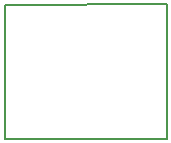
<source format=gm1>
G04 #@! TF.GenerationSoftware,KiCad,Pcbnew,5.0.2-bee76a0~70~ubuntu14.04.1*
G04 #@! TF.CreationDate,2018-12-07T19:09:08-07:00*
G04 #@! TF.ProjectId,flash-addon,666c6173-682d-4616-9464-6f6e2e6b6963,rev?*
G04 #@! TF.SameCoordinates,Original*
G04 #@! TF.FileFunction,Profile,NP*
%FSLAX46Y46*%
G04 Gerber Fmt 4.6, Leading zero omitted, Abs format (unit mm)*
G04 Created by KiCad (PCBNEW 5.0.2-bee76a0~70~ubuntu14.04.1) date Fri 07 Dec 2018 07:09:08 PM MST*
%MOMM*%
%LPD*%
G01*
G04 APERTURE LIST*
%ADD10C,0.150000*%
G04 APERTURE END LIST*
D10*
X145531840Y-83433920D02*
X145524220Y-94790260D01*
X159209740Y-83403440D02*
X145531840Y-83433920D01*
X159209740Y-94785180D02*
X159209740Y-83403440D01*
X145516600Y-94787720D02*
X159209740Y-94785180D01*
M02*

</source>
